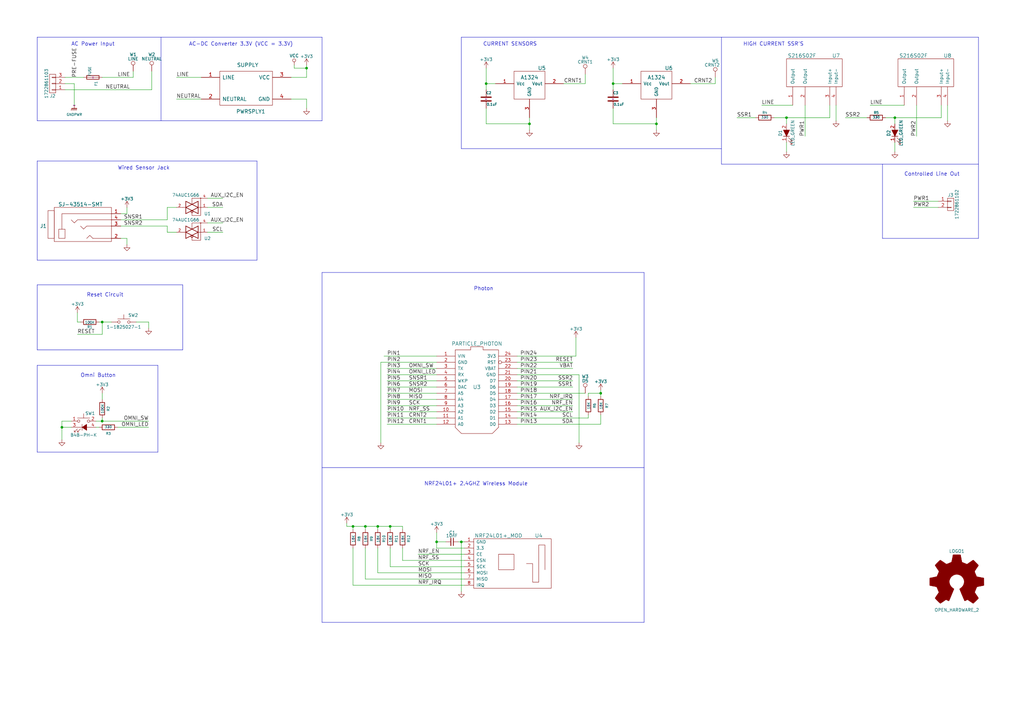
<source format=kicad_sch>
(kicad_sch (version 20230121) (generator eeschema)
  (paper "A3")
  (title_block (date "20 jul 2014"))
  (lib_symbols
    (symbol "PTL-PCBA001-01-rescue:+3.3V" (power) (pin_names (offset 0))
      (property "Value" "+3.3V" (at 0 3.556 0))
      (symbol "+3.3V_1_1"
        (pin power_in line (at 0 0 90) (length 0) hide (name "+3V3") (number "1"))
      )
    )
    (symbol "PTL-PCBA001-01-rescue:74AUC1G66" (pin_names (offset 1.016))
      (property "Reference" "U" (at -2.54 5.08 0))
      (property "Value" "74AUC1G66" (at 0 -5.08 0))
      (symbol "74AUC1G66_1_1"
        (pin input line (at -6.35 0 0) (length 2.54) (name "~") (number "1"))
        (pin tri_state line (at 6.35 0 180) (length 2.54) (name "~") (number "2"))
        (pin power_in line (at 1.27 -3.81 270) (length 0) hide (name "GND") (number "3"))
        (pin input line (at -6.35 -3.81 0) (length 2.54) (name "~") (number "4"))
        (pin power_in line (at 1.27 3.81 90) (length 0) hide (name "VCC") (number "5"))
      )
    )
    (symbol "PTL-PCBA001-01-rescue:CONN_01X02" (pin_names (offset 1.016) hide)
      (property "Reference" "P" (at 0 3.81 0))
      (property "Value" "CONN_01X02" (at 2.54 0 90))
      (symbol "CONN_01X02_1_1"
        (pin passive line (at -5.08 1.27 0) (length 3.81) (name "P1") (number "1"))
        (pin passive line (at -5.08 -1.27 0) (length 3.81) (name "P2") (number "2"))
      )
    )
    (symbol "PTL-PCBA001-01-rescue:CONN_01X03" (pin_names (offset 1.016) hide)
      (property "Reference" "P" (at 0 5.08 0))
      (property "Value" "CONN_01X03" (at 2.54 0 90))
      (symbol "CONN_01X03_1_1"
        (pin passive line (at -5.08 2.54 0) (length 3.81) (name "P1") (number "1"))
        (pin passive line (at -5.08 0 0) (length 3.81) (name "P2") (number "2"))
        (pin passive line (at -5.08 -2.54 0) (length 3.81) (name "P3") (number "3"))
      )
    )
    (symbol "PTL-PCBA001-01-rescue:C_Small" (pin_numbers hide) (pin_names (offset 0.254) hide)
      (property "Reference" "C" (at 0.254 1.778 0))
      (property "Value" "C_Small" (at 0.254 -2.032 0))
      (symbol "C_Small_1_1"
        (pin passive line (at 0 2.54 270) (length 2.032) (name "~") (number "1"))
        (pin passive line (at 0 -2.54 90) (length 2.032) (name "~") (number "2"))
      )
    )
    (symbol "PTL-PCBA001-01-rescue:Fuse" (pin_numbers hide) (pin_names (offset 0))
      (property "Reference" "F" (at 2.032 0 90))
      (property "Value" "Fuse" (at -1.905 0 90))
      (symbol "Fuse_1_1"
        (pin passive line (at 0 3.81 270) (length 1.27) (name "~") (number "1"))
        (pin passive line (at 0 -3.81 90) (length 1.27) (name "~") (number "2"))
      )
    )
    (symbol "PTL-PCBA001-01-rescue:LED_ALT" (pin_names (offset 1.016) hide)
      (property "Reference" "D" (at 0 2.54 0))
      (property "Value" "LED_ALT" (at 0 -2.54 0))
      (symbol "LED_ALT_1_1"
        (pin passive line (at -3.81 0 0) (length 2.54) (name "K") (number "1"))
        (pin passive line (at 3.81 0 180) (length 2.54) (name "A") (number "2"))
      )
    )
    (symbol "PTL-PCBA001-01-rescue:OPEN_HARDWARE_2" (pin_names (offset 1.016))
      (property "Reference" "LOGO" (at 0 12.7 0))
      (property "Value" "OPEN_HARDWARE_2" (at 0 -11.43 0))
    )
    (symbol "PTL-PCBA001-01-rescue:SW_Push" (pin_numbers hide) (pin_names (offset 1.016) hide)
      (property "Reference" "SW" (at 1.27 2.54 0))
      (property "Value" "SW_Push" (at 0 -1.524 0))
      (symbol "SW_Push_0_1"
        (pin passive line (at -5.08 0 0) (length 2.54) (name "1") (number "1"))
        (pin passive line (at 5.08 0 180) (length 2.54) (name "2") (number "2"))
      )
    )
    (symbol "PTL-PCBA001-01-rescue:SW_Push_LED" (pin_names (offset 1.016) hide)
      (property "Reference" "SW" (at 0.635 5.715 0))
      (property "Value" "SW_Push_LED" (at 0 -3.175 0))
      (symbol "SW_Push_LED_0_1"
        (pin passive line (at -5.08 2.54 0) (length 2.54) (name "1") (number "1"))
        (pin passive line (at 5.08 2.54 180) (length 2.54) (name "2") (number "2"))
        (pin passive line (at -5.08 0 0) (length 2.54) (name "K") (number "3"))
        (pin passive line (at 5.08 0 180) (length 2.54) (name "A") (number "4"))
      )
    )
    (symbol "PTL-PCBA001-01-rescue:TEST_1P" (pin_numbers hide) (pin_names (offset 0.762) hide)
      (property "Reference" "W" (at 0 6.858 0))
      (property "Value" "TEST_1P" (at 0 5.08 0))
      (symbol "TEST_1P_1_1"
        (pin passive line (at 0 0 90) (length 2.54) (name "1") (number "1"))
      )
    )
    (symbol "VDW_LIB:C" (pin_numbers hide) (pin_names (offset 0.254))
      (property "Reference" "C" (at 0.635 2.54 0))
      (property "Value" "C" (at 0.635 -2.54 0))
      (symbol "C_1_1"
        (pin passive line (at 0 3.81 270) (length 2.794) (name "~") (number "1"))
        (pin passive line (at 0 -3.81 90) (length 2.794) (name "~") (number "2"))
      )
    )
    (symbol "VDW_LIB:GND" (power) (pin_names (offset 0))
      (property "Value" "GND" (at 0 -3.81 0))
      (symbol "GND_1_1"
        (pin power_in line (at 0 0 270) (length 0) hide (name "GND") (number "1"))
      )
    )
    (symbol "VDW_LIB:GNDPWR" (power) (pin_names (offset 0))
      (property "Value" "GNDPWR" (at 0 -3.302 0))
      (symbol "GNDPWR_1_1"
        (pin power_in line (at 0 0 90) (length 0) hide (name "GNDPWR") (number "1"))
      )
    )
    (symbol "VDW_LIB:R" (pin_numbers hide) (pin_names (offset 0))
      (property "Reference" "R" (at 2.032 0 90))
      (property "Value" "R" (at 0 0 90))
      (symbol "R_1_1"
        (pin passive line (at 0 3.81 270) (length 1.27) (name "~") (number "1"))
        (pin passive line (at 0 -3.81 90) (length 1.27) (name "~") (number "2"))
      )
    )
    (symbol "VDW_LIB:SUPPLY" (pin_names (offset 1.016))
      (property "Reference" "PWRSPLY" (at 1.27 -10.16 0))
      (property "Value" "SUPPLY" (at 0 8.89 0))
      (symbol "SUPPLY_1_1"
        (pin input line (at -19.05 3.81 0) (length 7.62) (name "LINE") (number "1"))
        (pin input line (at -19.05 -5.08 0) (length 7.62) (name "NEUTRAL") (number "2"))
        (pin output line (at 17.78 3.81 180) (length 7.62) (name "VCC") (number "3"))
        (pin input line (at 17.78 -5.08 180) (length 7.62) (name "GND") (number "4"))
      )
    )
    (symbol "VDW_LIB:VCC" (power) (pin_names (offset 0))
      (property "Value" "VCC" (at 0 3.81 0))
      (symbol "VCC_1_1"
        (pin power_in line (at 0 0 90) (length 0) hide (name "VCC") (number "1"))
      )
    )
    (symbol "audio_jack:JACK_4POS_NO_SWITCH" (pin_names (offset 1.016))
      (property "Reference" "J" (at -15.24 1.27 0))
      (property "Value" "JACK_4POS_NO_SWITCH" (at 0 10.16 0))
      (symbol "JACK_4POS_NO_SWITCH_1_1"
        (pin input line (at 16.51 6.35 180) (length 3.81) (name "~") (number "1"))
        (pin passive line (at 16.51 -3.81 180) (length 3.81) (name "~") (number "2"))
        (pin passive line (at 16.51 1.27 180) (length 3.81) (name "~") (number "3"))
        (pin passive line (at 16.51 3.81 180) (length 3.81) (name "~") (number "4"))
      )
    )
    (symbol "modules:NRF24L01+_MOD" (pin_names (offset 1.016))
      (property "Reference" "U" (at 11.43 11.43 0))
      (property "Value" "NRF24L01+_MOD" (at -5.08 11.43 0))
      (symbol "NRF24L01+_MOD_1_1"
        (pin passive line (at -19.05 8.89 0) (length 3.81) (name "GND") (number "1"))
        (pin passive line (at -19.05 6.35 0) (length 3.81) (name "3.3") (number "2"))
        (pin passive line (at -19.05 3.81 0) (length 3.81) (name "CE") (number "3"))
        (pin passive line (at -19.05 1.27 0) (length 3.81) (name "CSN") (number "4"))
        (pin passive line (at -19.05 -1.27 0) (length 3.81) (name "SCK") (number "5"))
        (pin passive line (at -19.05 -3.81 0) (length 3.81) (name "MOSI") (number "6"))
        (pin passive line (at -19.05 -6.35 0) (length 3.81) (name "MISO") (number "7"))
        (pin passive line (at -19.05 -8.89 0) (length 3.81) (name "IRQ") (number "8"))
      )
    )
    (symbol "particle:PARTICLE_PHOTON" (pin_names (offset 1.016))
      (property "Reference" "U" (at 0 1.27 0))
      (property "Value" "PARTICLE_PHOTON" (at 0 -19.05 0))
      (symbol "PARTICLE_PHOTON_1_1"
        (pin power_in line (at -16.51 13.97 0) (length 7.62) (name "VIN") (number "1"))
        (pin bidirectional line (at -16.51 -8.89 0) (length 7.62) (name "A2") (number "10"))
        (pin bidirectional line (at -16.51 -11.43 0) (length 7.62) (name "A1") (number "11"))
        (pin bidirectional line (at -16.51 -13.97 0) (length 7.62) (name "A0") (number "12"))
        (pin bidirectional line (at 16.51 -13.97 180) (length 7.62) (name "D0") (number "13"))
        (pin bidirectional line (at 16.51 -11.43 180) (length 7.62) (name "D1") (number "14"))
        (pin bidirectional line (at 16.51 -8.89 180) (length 7.62) (name "D2") (number "15"))
        (pin bidirectional line (at 16.51 -6.35 180) (length 7.62) (name "D3") (number "16"))
        (pin bidirectional line (at 16.51 -3.81 180) (length 7.62) (name "D4") (number "17"))
        (pin bidirectional line (at 16.51 -1.27 180) (length 7.62) (name "D5") (number "18"))
        (pin bidirectional line (at 16.51 1.27 180) (length 7.62) (name "D6") (number "19"))
        (pin power_in line (at -16.51 11.43 0) (length 7.62) (name "GND") (number "2"))
        (pin bidirectional line (at 16.51 3.81 180) (length 7.62) (name "D7") (number "20"))
        (pin power_in line (at 16.51 6.35 180) (length 7.62) (name "GND") (number "21"))
        (pin power_in line (at 16.51 8.89 180) (length 7.62) (name "VBAT") (number "22"))
        (pin input inverted (at 16.51 11.43 180) (length 7.62) (name "RST") (number "23"))
        (pin bidirectional line (at 16.51 13.97 180) (length 7.62) (name "3V3") (number "24"))
        (pin bidirectional line (at -16.51 8.89 0) (length 7.62) (name "TX") (number "3"))
        (pin bidirectional line (at -16.51 6.35 0) (length 7.62) (name "RX") (number "4"))
        (pin bidirectional line (at -16.51 3.81 0) (length 7.62) (name "WKP") (number "5"))
        (pin bidirectional line (at -16.51 1.27 0) (length 7.62) (name "DAC") (number "6"))
        (pin bidirectional line (at -16.51 -1.27 0) (length 7.62) (name "A5") (number "7"))
        (pin bidirectional line (at -16.51 -3.81 0) (length 7.62) (name "A4") (number "8"))
        (pin bidirectional line (at -16.51 -6.35 0) (length 7.62) (name "A3") (number "9"))
      )
    )
    (symbol "relays:S216S02F" (pin_names (offset 1.016))
      (property "Reference" "U" (at 7.62 7.62 0))
      (property "Value" "S216S02F" (at -6.35 7.62 0))
      (symbol "S216S02F_1_1"
        (pin bidirectional line (at -10.16 -12.7 90) (length 7.62) (name "Output") (number "1"))
        (pin bidirectional line (at -5.08 -12.7 90) (length 7.62) (name "Output") (number "2"))
        (pin input line (at 5.08 -12.7 90) (length 7.62) (name "Input+") (number "3"))
        (pin output line (at 7.62 -12.7 90) (length 7.62) (name "Input-") (number "4"))
      )
    )
    (symbol "sensors:A1324" (pin_names (offset 1.016))
      (property "Reference" "U" (at 5.08 8.89 0))
      (property "Value" "A1324" (at 0 6.35 0))
      (symbol "A1324_1_1"
        (pin power_in line (at -13.97 2.54 0) (length 7.62) (name "Vcc") (number "1"))
        (pin output line (at 13.97 2.54 180) (length 7.62) (name "Vout") (number "2"))
        (pin power_out line (at 0 -11.43 90) (length 7.62) (name "GND") (number "3"))
      )
    )
  )
  (junction (at 246.38 161.29))
  (junction (at 125.73 27.94))
  (junction (at 154.94 215.9))
  (junction (at 322.58 48.26))
  (junction (at 199.39 34.29))
  (junction (at 269.24 50.8))
  (junction (at 25.4 175.26))
  (junction (at 144.78 215.9))
  (junction (at 179.07 222.25))
  (junction (at 160.02 215.9))
  (junction (at 41.91 172.72))
  (junction (at 149.86 215.9))
  (junction (at 189.23 222.25))
  (junction (at 251.46 34.29))
  (junction (at 217.17 50.8))
  (junction (at 41.91 132.08))
  (junction (at 367.03 48.26))
  (wire (pts (xy 322.58 48.26) (xy 340.36 48.26)))
  (wire (pts (xy 212.09 156.21) (xy 234.95 156.21)))
  (polyline (pts (xy 74.93 143.51) (xy 74.93 116.84)))
  (polyline (pts (xy 66.04 15.24) (xy 66.04 49.53)))
  (wire (pts (xy 199.39 34.29) (xy 199.39 36.83)))
  (polyline (pts (xy 15.24 66.04) (xy 15.24 106.68)))
  (wire (pts (xy 125.73 40.64) (xy 125.73 44.45)))
  (wire (pts (xy 144.78 215.9) (xy 144.78 217.17)))
  (polyline (pts (xy 64.77 185.42) (xy 64.77 149.86)))
  (polyline (pts (xy 264.16 111.76) (xy 132.08 111.76)))
  (wire (pts (xy 212.09 151.13) (xy 234.95 151.13)))
  (wire (pts (xy 231.14 34.29) (xy 240.03 34.29)))
  (wire (pts (xy 388.62 43.18) (xy 388.62 49.53)))
  (wire (pts (xy 251.46 44.45) (xy 251.46 50.8)))
  (wire (pts (xy 160.02 232.41) (xy 160.02 224.79)))
  (wire (pts (xy 144.78 215.9) (xy 149.86 215.9)))
  (wire (pts (xy 26.67 34.29) (xy 30.48 34.29)))
  (polyline (pts (xy 361.95 67.31) (xy 361.95 97.79)))
  (wire (pts (xy 154.94 234.95) (xy 154.94 224.79)))
  (wire (pts (xy 165.1 229.87) (xy 190.5 229.87)))
  (wire (pts (xy 85.09 95.25) (xy 91.44 95.25)))
  (wire (pts (xy 54.61 31.75) (xy 54.61 29.21)))
  (wire (pts (xy 251.46 34.29) (xy 251.46 36.83)))
  (polyline (pts (xy 295.91 67.31) (xy 401.32 67.31)))
  (wire (pts (xy 154.94 215.9) (xy 154.94 217.17)))
  (wire (pts (xy 119.38 40.64) (xy 125.73 40.64)))
  (wire (pts (xy 375.92 43.18) (xy 375.92 55.88)))
  (wire (pts (xy 41.91 132.08) (xy 41.91 137.16)))
  (wire (pts (xy 68.58 95.25) (xy 72.39 95.25)))
  (wire (pts (xy 68.58 90.17) (xy 68.58 85.09)))
  (polyline (pts (xy 15.24 49.53) (xy 132.08 49.53)))
  (wire (pts (xy 179.07 222.25) (xy 179.07 224.79)))
  (wire (pts (xy 30.48 34.29) (xy 30.48 43.18)))
  (wire (pts (xy 149.86 237.49) (xy 149.86 224.79)))
  (wire (pts (xy 25.4 175.26) (xy 25.4 180.34)))
  (wire (pts (xy 246.38 161.29) (xy 246.38 162.56)))
  (polyline (pts (xy 361.95 97.79) (xy 401.32 97.79)))
  (wire (pts (xy 212.09 148.59) (xy 234.95 148.59)))
  (wire (pts (xy 41.91 161.29) (xy 41.91 163.83)))
  (wire (pts (xy 31.75 132.08) (xy 31.75 128.27)))
  (wire (pts (xy 212.09 158.75) (xy 234.95 158.75)))
  (wire (pts (xy 251.46 27.94) (xy 251.46 34.29)))
  (wire (pts (xy 158.75 163.83) (xy 179.07 163.83)))
  (wire (pts (xy 212.09 153.67) (xy 237.49 153.67)))
  (wire (pts (xy 199.39 50.8) (xy 217.17 50.8)))
  (wire (pts (xy 158.75 166.37) (xy 179.07 166.37)))
  (wire (pts (xy 355.6 48.26) (xy 346.71 48.26)))
  (wire (pts (xy 68.58 92.71) (xy 68.58 95.25)))
  (wire (pts (xy 236.22 146.05) (xy 236.22 138.43)))
  (wire (pts (xy 158.75 156.21) (xy 179.07 156.21)))
  (wire (pts (xy 52.07 97.79) (xy 52.07 100.33)))
  (wire (pts (xy 149.86 237.49) (xy 190.5 237.49)))
  (wire (pts (xy 269.24 48.26) (xy 269.24 50.8)))
  (wire (pts (xy 125.73 31.75) (xy 119.38 31.75)))
  (wire (pts (xy 41.91 132.08) (xy 45.72 132.08)))
  (wire (pts (xy 60.96 132.08) (xy 60.96 134.62)))
  (wire (pts (xy 187.96 222.25) (xy 189.23 222.25)))
  (polyline (pts (xy 132.08 191.77) (xy 264.16 191.77)))
  (wire (pts (xy 179.07 153.67) (xy 158.75 153.67)))
  (wire (pts (xy 120.65 27.94) (xy 125.73 27.94)))
  (wire (pts (xy 33.02 132.08) (xy 31.75 132.08)))
  (wire (pts (xy 26.67 31.75) (xy 34.29 31.75)))
  (wire (pts (xy 49.53 90.17) (xy 68.58 90.17)))
  (wire (pts (xy 179.07 224.79) (xy 190.5 224.79)))
  (polyline (pts (xy 401.32 15.24) (xy 401.32 97.79)))
  (polyline (pts (xy 15.24 143.51) (xy 74.93 143.51)))
  (wire (pts (xy 212.09 168.91) (xy 234.95 168.91)))
  (wire (pts (xy 269.24 50.8) (xy 269.24 53.34)))
  (wire (pts (xy 41.91 31.75) (xy 54.61 31.75)))
  (wire (pts (xy 26.67 36.83) (xy 62.23 36.83)))
  (wire (pts (xy 40.64 175.26) (xy 39.37 175.26)))
  (polyline (pts (xy 74.93 116.84) (xy 15.24 116.84)))
  (wire (pts (xy 52.07 87.63) (xy 52.07 85.09)))
  (polyline (pts (xy 132.08 111.76) (xy 132.08 255.27)))
  (polyline (pts (xy 189.23 60.96) (xy 189.23 15.24)))
  (wire (pts (xy 317.5 48.26) (xy 322.58 48.26)))
  (wire (pts (xy 144.78 240.03) (xy 190.5 240.03)))
  (wire (pts (xy 241.3 171.45) (xy 241.3 170.18)))
  (wire (pts (xy 49.53 87.63) (xy 52.07 87.63)))
  (wire (pts (xy 160.02 232.41) (xy 190.5 232.41)))
  (wire (pts (xy 68.58 85.09) (xy 72.39 85.09)))
  (wire (pts (xy 367.03 48.26) (xy 367.03 50.8)))
  (wire (pts (xy 158.75 151.13) (xy 179.07 151.13)))
  (wire (pts (xy 384.81 82.55) (xy 374.65 82.55)))
  (polyline (pts (xy 15.24 49.53) (xy 15.24 15.24)))
  (wire (pts (xy 199.39 44.45) (xy 199.39 50.8)))
  (wire (pts (xy 158.75 171.45) (xy 179.07 171.45)))
  (wire (pts (xy 342.9 43.18) (xy 342.9 49.53)))
  (polyline (pts (xy 189.23 15.24) (xy 401.32 15.24)))
  (wire (pts (xy 41.91 172.72) (xy 41.91 171.45)))
  (wire (pts (xy 325.12 43.18) (xy 312.42 43.18)))
  (wire (pts (xy 40.64 132.08) (xy 41.91 132.08)))
  (wire (pts (xy 217.17 48.26) (xy 217.17 50.8)))
  (wire (pts (xy 29.21 175.26) (xy 25.4 175.26)))
  (wire (pts (xy 240.03 34.29) (xy 240.03 30.48)))
  (wire (pts (xy 154.94 215.9) (xy 160.02 215.9)))
  (wire (pts (xy 165.1 215.9) (xy 165.1 217.17)))
  (wire (pts (xy 154.94 234.95) (xy 190.5 234.95)))
  (wire (pts (xy 85.09 81.28) (xy 91.44 81.28)))
  (wire (pts (xy 367.03 48.26) (xy 386.08 48.26)))
  (wire (pts (xy 363.22 48.26) (xy 367.03 48.26)))
  (wire (pts (xy 309.88 48.26) (xy 302.26 48.26)))
  (wire (pts (xy 330.2 43.18) (xy 330.2 55.88)))
  (wire (pts (xy 203.2 34.29) (xy 199.39 34.29)))
  (wire (pts (xy 212.09 166.37) (xy 234.95 166.37)))
  (wire (pts (xy 25.4 172.72) (xy 25.4 175.26)))
  (wire (pts (xy 340.36 48.26) (xy 340.36 43.18)))
  (wire (pts (xy 149.86 215.9) (xy 149.86 217.17)))
  (wire (pts (xy 149.86 215.9) (xy 154.94 215.9)))
  (wire (pts (xy 144.78 240.03) (xy 144.78 224.79)))
  (wire (pts (xy 367.03 58.42) (xy 367.03 62.23)))
  (wire (pts (xy 179.07 222.25) (xy 182.88 222.25)))
  (wire (pts (xy 158.75 161.29) (xy 179.07 161.29)))
  (wire (pts (xy 217.17 50.8) (xy 217.17 53.34)))
  (wire (pts (xy 142.24 214.63) (xy 142.24 215.9)))
  (wire (pts (xy 251.46 50.8) (xy 269.24 50.8)))
  (polyline (pts (xy 105.41 66.04) (xy 15.24 66.04)))
  (wire (pts (xy 160.02 215.9) (xy 165.1 215.9)))
  (wire (pts (xy 255.27 34.29) (xy 251.46 34.29)))
  (wire (pts (xy 125.73 27.94) (xy 125.73 31.75)))
  (polyline (pts (xy 295.91 15.24) (xy 295.91 67.31)))
  (wire (pts (xy 85.09 91.44) (xy 91.44 91.44)))
  (wire (pts (xy 283.21 34.29) (xy 293.37 34.29)))
  (wire (pts (xy 48.26 175.26) (xy 60.96 175.26)))
  (wire (pts (xy 322.58 58.42) (xy 322.58 62.23)))
  (wire (pts (xy 160.02 215.9) (xy 160.02 217.17)))
  (wire (pts (xy 49.53 92.71) (xy 68.58 92.71)))
  (wire (pts (xy 156.21 148.59) (xy 179.07 148.59)))
  (wire (pts (xy 41.91 172.72) (xy 60.96 172.72)))
  (wire (pts (xy 179.07 218.44) (xy 179.07 222.25)))
  (polyline (pts (xy 132.08 49.53) (xy 132.08 15.24)))
  (wire (pts (xy 142.24 215.9) (xy 144.78 215.9)))
  (wire (pts (xy 189.23 242.57) (xy 189.23 222.25)))
  (wire (pts (xy 212.09 146.05) (xy 236.22 146.05)))
  (wire (pts (xy 293.37 34.29) (xy 293.37 31.75)))
  (wire (pts (xy 322.58 48.26) (xy 322.58 50.8)))
  (wire (pts (xy 55.88 132.08) (xy 60.96 132.08)))
  (wire (pts (xy 212.09 171.45) (xy 241.3 171.45)))
  (polyline (pts (xy 15.24 106.68) (xy 105.41 106.68)))
  (wire (pts (xy 237.49 153.67) (xy 237.49 181.61)))
  (wire (pts (xy 165.1 229.87) (xy 165.1 224.79)))
  (polyline (pts (xy 295.91 60.96) (xy 189.23 60.96)))
  (polyline (pts (xy 15.24 116.84) (xy 15.24 143.51)))
  (wire (pts (xy 39.37 172.72) (xy 41.91 172.72)))
  (wire (pts (xy 82.55 40.64) (xy 72.39 40.64)))
  (wire (pts (xy 370.84 43.18) (xy 356.87 43.18)))
  (wire (pts (xy 189.23 222.25) (xy 190.5 222.25)))
  (wire (pts (xy 212.09 163.83) (xy 234.95 163.83)))
  (wire (pts (xy 85.09 85.09) (xy 91.44 85.09)))
  (wire (pts (xy 82.55 31.75) (xy 72.39 31.75)))
  (polyline (pts (xy 15.24 15.24) (xy 132.08 15.24)))
  (polyline (pts (xy 264.16 111.76) (xy 264.16 255.27)))
  (wire (pts (xy 241.3 161.29) (xy 246.38 161.29)))
  (wire (pts (xy 190.5 227.33) (xy 171.45 227.33)))
  (polyline (pts (xy 105.41 106.68) (xy 105.41 66.04)))
  (wire (pts (xy 158.75 158.75) (xy 179.07 158.75)))
  (wire (pts (xy 41.91 137.16) (xy 31.75 137.16)))
  (wire (pts (xy 199.39 27.94) (xy 199.39 34.29)))
  (wire (pts (xy 62.23 36.83) (xy 62.23 29.21)))
  (wire (pts (xy 212.09 161.29) (xy 240.03 161.29)))
  (polyline (pts (xy 15.24 185.42) (xy 64.77 185.42)))
  (wire (pts (xy 212.09 173.99) (xy 246.38 173.99)))
  (wire (pts (xy 157.48 146.05) (xy 179.07 146.05)))
  (polyline (pts (xy 264.16 255.27) (xy 132.08 255.27)))
  (wire (pts (xy 49.53 97.79) (xy 52.07 97.79)))
  (wire (pts (xy 29.21 172.72) (xy 25.4 172.72)))
  (wire (pts (xy 246.38 160.02) (xy 246.38 161.29)))
  (polyline (pts (xy 15.24 149.86) (xy 15.24 185.42)))
  (wire (pts (xy 241.3 162.56) (xy 241.3 161.29)))
  (wire (pts (xy 125.73 26.67) (xy 125.73 27.94)))
  (wire (pts (xy 158.75 173.99) (xy 179.07 173.99)))
  (wire (pts (xy 386.08 48.26) (xy 386.08 43.18)))
  (wire (pts (xy 246.38 173.99) (xy 246.38 170.18)))
  (wire (pts (xy 384.81 85.09) (xy 374.65 85.09)))
  (polyline (pts (xy 64.77 149.86) (xy 15.24 149.86)))
  (wire (pts (xy 156.21 148.59) (xy 156.21 181.61)))
  (wire (pts (xy 120.65 26.67) (xy 120.65 27.94)))
  (wire (pts (xy 158.75 168.91) (xy 179.07 168.91)))
  (text "Wired Sensor Jack" (at 48.26 69.85 0) (effects (font (size 1.524 1.524)) (justify left bottom)))
  (text "HIGH CURRENT SSR'S" (at 304.8 19.05 0) (effects (font (size 1.524 1.524)) (justify left bottom)))
  (text "AC Power Input" (at 29.21 19.05 0) (effects (font (size 1.524 1.524)) (justify left bottom)))
  (text "Photon" (at 194.31 119.38 0) (effects (font (size 1.524 1.524)) (justify left bottom)))
  (text "Omni Button" (at 33.02 154.94 0) (effects (font (size 1.524 1.524)) (justify left bottom)))
  (text "AC-DC Converter 3.3V (VCC = 3.3V)" (at 77.47 19.05 0) (effects (font (size 1.524 1.524)) (justify left bottom)))
  (text "Controlled Line Out" (at 370.84 72.39 0) (effects (font (size 1.524 1.524)) (justify left bottom)))
  (text "Reset Circuit" (at 35.56 121.92 0) (effects (font (size 1.524 1.524)) (justify left bottom)))
  (text "CURRENT SENSORS" (at 198.12 19.05 0) (effects (font (size 1.524 1.524)) (justify left bottom)))
  (text "NRF24L01+ 2.4GHZ Wireless Module" (at 173.99 199.39 0) (effects (font (size 1.524 1.524)) (justify left bottom)))
  (label "OMNI_SW" (at 167.64 151.13 0) (effects (font (size 1.524 1.524))))
  (label "PIN9" (at 158.75 166.37 0) (effects (font (size 1.524 1.524))))
  (label "SCK" (at 171.45 232.41 0) (effects (font (size 1.524 1.524))))
  (label "PIN14" (at 213.36 171.45 0) (effects (font (size 1.524 1.524))))
  (label "NRF_SS" (at 171.45 229.87 0) (effects (font (size 1.524 1.524))))
  (label "NRF_EN" (at 171.45 227.33 0) (effects (font (size 1.524 1.524))))
  (label "PIN1" (at 158.75 146.05 0) (effects (font (size 1.524 1.524))))
  (label "NRF_IRQ" (at 234.95 163.83 180) (effects (font (size 1.524 1.524))))
  (label "MOSI" (at 171.45 234.95 0) (effects (font (size 1.524 1.524))))
  (label "CRNT1" (at 238.76 34.29 180) (effects (font (size 1.524 1.524))))
  (label "SCK" (at 167.64 166.37 0) (effects (font (size 1.524 1.524))))
  (label "AUX_I2C_EN" (at 86.36 91.44 0) (effects (font (size 1.524 1.524))))
  (label "PIN11" (at 158.75 171.45 0) (effects (font (size 1.524 1.524))))
  (label "PIN22" (at 213.36 151.13 0) (effects (font (size 1.524 1.524))))
  (label "AUX_I2C_EN" (at 234.95 168.91 180) (effects (font (size 1.524 1.524))))
  (label "CRNT2" (at 292.1 34.29 180) (effects (font (size 1.524 1.524))))
  (label "PIN24" (at 213.36 146.05 0) (effects (font (size 1.524 1.524))))
  (label "SCL" (at 91.44 95.25 180) (effects (font (size 1.524 1.524))))
  (label "SSR2" (at 346.71 48.26 0) (effects (font (size 1.524 1.524))))
  (label "PWR1" (at 374.65 82.55 0) (effects (font (size 1.524 1.524))))
  (label "SSR1" (at 302.26 48.26 0) (effects (font (size 1.524 1.524))))
  (label "SNSR2" (at 50.8 92.71 0) (effects (font (size 1.524 1.524))))
  (label "RESET" (at 234.95 148.59 180) (effects (font (size 1.524 1.524))))
  (label "NEUTRAL" (at 72.39 40.64 0) (effects (font (size 1.524 1.524))))
  (label "SSR1" (at 234.95 158.75 180) (effects (font (size 1.524 1.524))))
  (label "PIN15" (at 213.36 168.91 0) (effects (font (size 1.524 1.524))))
  (label "PIN8" (at 158.75 163.83 0) (effects (font (size 1.524 1.524))))
  (label "OMNI_SW" (at 60.96 172.72 180) (effects (font (size 1.524 1.524))))
  (label "SDA" (at 91.44 85.09 180) (effects (font (size 1.524 1.524))))
  (label "OMNI_LED" (at 60.96 175.26 180) (effects (font (size 1.524 1.524))))
  (label "SNSR1" (at 167.64 156.21 0) (effects (font (size 1.524 1.524))))
  (label "PIN7" (at 158.75 161.29 0) (effects (font (size 1.524 1.524))))
  (label "PIN12" (at 158.75 173.99 0) (effects (font (size 1.524 1.524))))
  (label "PIN20" (at 213.36 156.21 0) (effects (font (size 1.524 1.524))))
  (label "VBAT" (at 234.95 151.13 180) (effects (font (size 1.524 1.524))))
  (label "LINE" (at 72.39 31.75 0) (effects (font (size 1.524 1.524))))
  (label "PIN16" (at 213.36 166.37 0) (effects (font (size 1.524 1.524))))
  (label "CRNT1" (at 167.64 173.99 0) (effects (font (size 1.524 1.524))))
  (label "NEUTRAL" (at 53.34 36.83 180) (effects (font (size 1.524 1.524))))
  (label "SNSR1" (at 50.8 90.17 0) (effects (font (size 1.524 1.524))))
  (label "SNSR2" (at 167.64 158.75 0) (effects (font (size 1.524 1.524))))
  (label "PWR2" (at 374.65 85.09 0) (effects (font (size 1.524 1.524))))
  (label "SSR2" (at 234.95 156.21 180) (effects (font (size 1.524 1.524))))
  (label "PIN13" (at 213.36 173.99 0) (effects (font (size 1.524 1.524))))
  (label "LINE" (at 53.34 31.75 180) (effects (font (size 1.524 1.524))))
  (label "PIN5" (at 158.75 156.21 0) (effects (font (size 1.524 1.524))))
  (label "PIN21" (at 213.36 153.67 0) (effects (font (size 1.524 1.524))))
  (label "PIN17" (at 213.36 163.83 0) (effects (font (size 1.524 1.524))))
  (label "PIN19" (at 213.36 158.75 0) (effects (font (size 1.524 1.524))))
  (label "AUX_I2C_EN" (at 86.36 81.28 0) (effects (font (size 1.524 1.524))))
  (label "PIN18" (at 213.36 161.29 0) (effects (font (size 1.524 1.524))))
  (label "PIN4" (at 158.75 153.67 0) (effects (font (size 1.524 1.524))))
  (label "PIN10" (at 158.75 168.91 0) (effects (font (size 1.524 1.524))))
  (label "CRNT2" (at 167.64 171.45 0) (effects (font (size 1.524 1.524))))
  (label "PIN23" (at 213.36 148.59 0) (effects (font (size 1.524 1.524))))
  (label "PWR1" (at 330.2 55.88 90) (effects (font (size 1.524 1.524))))
  (label "PWR2" (at 375.92 55.88 90) (effects (font (size 1.524 1.524))))
  (label "OMNI_LED" (at 167.64 153.67 0) (effects (font (size 1.524 1.524))))
  (label "MISO" (at 167.64 163.83 0) (effects (font (size 1.524 1.524))))
  (label "NRF_IRQ" (at 171.45 240.03 0) (effects (font (size 1.524 1.524))))
  (label "LINE" (at 356.87 43.18 0) (effects (font (size 1.524 1.524))))
  (label "LINE" (at 312.42 43.18 0) (effects (font (size 1.524 1.524))))
  (label "NRF_SS" (at 167.64 168.91 0) (effects (font (size 1.524 1.524))))
  (label "MISO" (at 171.45 237.49 0) (effects (font (size 1.524 1.524))))
  (label "PIN6" (at 158.75 158.75 0) (effects (font (size 1.524 1.524))))
  (label "NRF_EN" (at 234.95 166.37 180) (effects (font (size 1.524 1.524))))
  (label "PIN3" (at 158.75 151.13 0) (effects (font (size 1.524 1.524))))
  (label "PIN2" (at 158.75 148.59 0) (effects (font (size 1.524 1.524))))
  (label "PRE-FUSE" (at 31.75 31.75 90) (effects (font (size 1.524 1.524))))
  (label "SDA" (at 234.95 173.99 180) (effects (font (size 1.524 1.524))))
  (label "RESET" (at 31.75 137.16 0) (effects (font (size 1.524 1.524))))
  (label "MOSI" (at 167.64 161.29 0) (effects (font (size 1.524 1.524))))
  (label "SCL" (at 234.95 171.45 180) (effects (font (size 1.524 1.524))))
  (symbol (lib_id "relays:S216S02F") (at 335.28 30.48 0) (unit 1)
    (property "Reference" "U7" (at 342.9 22.86 0) (effects (font (size 1.524 1.524))))
    (property "Value" "S216S02F" (at 328.93 22.86 0) (effects (font (size 1.524 1.524))))
    (property "Footprint" "PowerTroll Lib:S216S02" (effects hide))
  )
  (symbol (lib_id "relays:S216S02F") (at 381 30.48 0) (unit 1)
    (property "Reference" "U8" (at 388.62 22.86 0) (effects (font (size 1.524 1.524))))
    (property "Value" "S216S02F" (at 374.65 22.86 0) (effects (font (size 1.524 1.524))))
    (property "Footprint" "PowerTroll Lib:S216S02" (effects hide))
  )
  (symbol (lib_id "VDW_LIB:GND") (at 342.9 49.53 0) (unit 1)
    (property "Reference" "#PWR01" (effects hide))
    (property "Value" "GND" (effects hide))
  )
  (symbol (lib_id "VDW_LIB:GND") (at 388.62 49.53 0) (unit 1)
    (property "Reference" "#PWR02" (effects hide))
    (property "Value" "GND" (effects hide))
  )
  (symbol (lib_id "VDW_LIB:R") (at 359.41 48.26 90) (unit 1)
    (property "Reference" "R5" (at 359.41 46.228 90) (effects (font (size 1.016 1.016))))
    (property "Value" "330" (at 359.3846 48.0822 90) (effects (font (size 1.016 1.016))))
    (property "Footprint" "Resistors_SMD:R_0805_HandSoldering" (effects hide))
    (property "Datasheet" "~" (at 359.41 48.26 0) (effects (font (size 0.762 0.762))))
  )
  (symbol (lib_id "VDW_LIB:R") (at 313.69 48.26 90) (unit 1)
    (property "Reference" "R4" (at 313.69 46.228 90) (effects (font (size 1.016 1.016))))
    (property "Value" "330" (at 313.6646 48.0822 90) (effects (font (size 1.016 1.016))))
    (property "Footprint" "Resistors_SMD:R_0805_HandSoldering" (effects hide))
    (property "Datasheet" "~" (at 313.69 48.26 0) (effects (font (size 0.762 0.762))))
  )
  (symbol (lib_id "sensors:A1324") (at 269.24 36.83 0) (unit 1)
    (property "Reference" "U6" (at 274.32 27.94 0) (effects (font (size 1.524 1.524))))
    (property "Value" "A1324" (at 269.24 31.75 0) (effects (font (size 1.524 1.524))))
    (property "Footprint" "TO_SOT_Packages_SMD:SOT-23" (effects hide))
  )
  (symbol (lib_id "VDW_LIB:GND") (at 269.24 53.34 0) (unit 1)
    (property "Reference" "#PWR03" (effects hide))
    (property "Value" "GND" (effects hide))
  )
  (symbol (lib_id "VDW_LIB:C") (at 251.46 40.64 0) (unit 1)
    (property "Reference" "C3" (at 251.46 38.1 0) (effects (font (size 1.016 1.016)) (justify left)))
    (property "Value" "0.1uF" (at 251.6124 42.799 0) (effects (font (size 1.016 1.016)) (justify left)))
    (property "Footprint" "Capacitors_SMD:C_0805_HandSoldering" (effects hide))
    (property "Datasheet" "~" (at 251.46 40.64 0) (effects (font (size 1.524 1.524))))
  )
  (symbol (lib_id "sensors:A1324") (at 217.17 36.83 0) (unit 1)
    (property "Reference" "U5" (at 222.25 27.94 0) (effects (font (size 1.524 1.524))))
    (property "Value" "A1324" (at 217.17 31.75 0) (effects (font (size 1.524 1.524))))
    (property "Footprint" "TO_SOT_Packages_SMD:SOT-23" (effects hide))
    (property "Datasheet" "file:///C:/Users/Benjamin%20Veenema/Downloads/A1324-5-6-Datasheet.pdf" (effects hide))
  )
  (symbol (lib_id "VDW_LIB:GND") (at 217.17 53.34 0) (unit 1)
    (property "Reference" "#PWR04" (effects hide))
    (property "Value" "GND" (effects hide))
  )
  (symbol (lib_id "VDW_LIB:C") (at 199.39 40.64 0) (unit 1)
    (property "Reference" "C2" (at 199.39 38.1 0) (effects (font (size 1.016 1.016)) (justify left)))
    (property "Value" "0.1uF" (at 199.5424 42.799 0) (effects (font (size 1.016 1.016)) (justify left)))
    (property "Footprint" "Capacitors_SMD:C_0805_HandSoldering" (effects hide))
    (property "Datasheet" "~" (at 199.39 40.64 0) (effects (font (size 1.524 1.524))))
  )
  (symbol (lib_id "PTL-PCBA001-01-rescue:Fuse") (at 38.1 31.75 270) (unit 1)
    (property "Reference" "F1" (at 39.37 34.29 0) (effects (font (size 1.016 1.016))))
    (property "Value" "FUSE" (at 36.83 29.21 0) (effects (font (size 1.016 1.016))))
    (property "Footprint" "Fuse_Holders_and_Fuses:Fuseholder5x20_horiz_open_inline_Type-I" (effects hide))
    (property "Datasheet" "~" (at 38.1 31.75 0) (effects (font (size 1.524 1.524))))
  )
  (symbol (lib_id "VDW_LIB:SUPPLY") (at 101.6 35.56 0) (unit 1)
    (property "Reference" "PWRSPLY1" (at 102.87 45.72 0) (effects (font (size 1.524 1.524))))
    (property "Value" "SUPPLY" (at 101.6 26.67 0) (effects (font (size 1.524 1.524))))
    (property "Footprint" "PowerTroll Lib:PowerSupply" (effects hide))
  )
  (symbol (lib_id "VDW_LIB:GND") (at 125.73 44.45 0) (unit 1)
    (property "Reference" "#PWR05" (effects hide))
    (property "Value" "GND" (effects hide))
  )
  (symbol (lib_id "VDW_LIB:GNDPWR") (at 30.48 43.18 0) (unit 1)
    (property "Reference" "#PWR06" (effects hide))
    (property "Value" "GNDPWR" (at 30.48 46.99 0) (effects (font (size 1.016 1.016))))
    (property "Footprint" "~" (at 30.48 43.18 0) (effects (font (size 1.524 1.524))))
    (property "Datasheet" "~" (at 30.48 43.18 0) (effects (font (size 1.524 1.524))))
  )
  (symbol (lib_id "particle:PARTICLE_PHOTON") (at 195.58 160.02 0) (unit 1)
    (property "Reference" "U3" (at 195.58 158.75 0) (effects (font (size 1.524 1.524))))
    (property "Value" "PARTICLE_PHOTON" (at 195.58 140.97 0) (effects (font (size 1.524 1.524))))
    (property "Footprint" "Particle:photon" (effects hide))
  )
  (symbol (lib_id "PTL-PCBA001-01-rescue:+3.3V") (at 236.22 138.43 0) (unit 1)
    (property "Reference" "#PWR07" (effects hide))
    (property "Value" "+3.3V" (at 236.22 134.874 0))
  )
  (symbol (lib_id "VDW_LIB:GND") (at 237.49 181.61 0) (unit 1)
    (property "Reference" "#PWR08" (effects hide))
    (property "Value" "GND" (effects hide))
  )
  (symbol (lib_id "PTL-PCBA001-01-rescue:+3.3V") (at 199.39 27.94 0) (unit 1)
    (property "Reference" "#PWR09" (effects hide))
    (property "Value" "+3.3V" (at 199.39 24.384 0))
  )
  (symbol (lib_id "PTL-PCBA001-01-rescue:CONN_01X03") (at 21.59 34.29 180) (unit 1)
    (property "Reference" "J2" (at 21.59 39.37 0))
    (property "Value" "1722861103" (at 19.05 34.29 90))
    (property "Footprint" "Connectors_Molex:Molex_UltraFit-1722861103_3x3.50mm_Straight" (effects hide))
  )
  (symbol (lib_id "PTL-PCBA001-01-rescue:SW_Push") (at 50.8 132.08 0) (unit 1)
    (property "Reference" "SW2" (at 54.61 129.286 0))
    (property "Value" "1-1825027-1" (at 50.8 134.112 0))
    (property "Footprint" "Buttons_Switches_ThroughHole:SW_Tactile_SPST_Angled" (effects hide))
    (property "Datasheet" "http://www.te.com/commerce/DocumentDelivery/DDEController?Action=srchrtrv&DocNm=1825027&DocType=Customer+Drawing&DocLang=English" (effects hide))
  )
  (symbol (lib_id "VDW_LIB:R") (at 36.83 132.08 270) (unit 1)
    (property "Reference" "R1" (at 36.83 134.112 90) (effects (font (size 1.016 1.016))))
    (property "Value" "100K" (at 36.8554 132.2578 90) (effects (font (size 1.016 1.016))))
    (property "Footprint" "Resistors_SMD:R_0805_HandSoldering" (effects hide))
    (property "Datasheet" "~" (at 36.83 132.08 0) (effects (font (size 0.762 0.762))))
  )
  (symbol (lib_id "PTL-PCBA001-01-rescue:+3.3V") (at 31.75 128.27 0) (unit 1)
    (property "Reference" "#PWR010" (effects hide))
    (property "Value" "+3.3V" (at 31.75 124.714 0))
  )
  (symbol (lib_id "VDW_LIB:GND") (at 60.96 134.62 0) (unit 1)
    (property "Reference" "#PWR011" (effects hide))
    (property "Value" "GND" (effects hide))
  )
  (symbol (lib_id "PTL-PCBA001-01-rescue:+3.3V") (at 251.46 27.94 0) (unit 1)
    (property "Reference" "#PWR012" (effects hide))
    (property "Value" "+3.3V" (at 251.46 24.384 0))
  )
  (symbol (lib_id "VDW_LIB:GND") (at 322.58 62.23 0) (unit 1)
    (property "Reference" "#PWR013" (effects hide))
    (property "Value" "GND" (effects hide))
  )
  (symbol (lib_id "VDW_LIB:GND") (at 367.03 62.23 0) (unit 1)
    (property "Reference" "#PWR014" (effects hide))
    (property "Value" "GND" (effects hide))
  )
  (symbol (lib_id "PTL-PCBA001-01-rescue:+3.3V") (at 125.73 26.67 0) (unit 1)
    (property "Reference" "#PWR015" (effects hide))
    (property "Value" "+3.3V" (at 125.73 23.114 0))
  )
  (symbol (lib_id "PTL-PCBA001-01-rescue:CONN_01X02") (at 389.89 83.82 0) (unit 1)
    (property "Reference" "J3" (at 389.89 80.01 0))
    (property "Value" "1722861102" (at 392.43 83.82 90))
    (property "Footprint" "Connectors_Molex:Molex_UltraFit-1722861102_2x3.50mm_Straight" (effects hide))
  )
  (symbol (lib_id "audio_jack:JACK_4POS_NO_SWITCH") (at 33.02 93.98 0) (unit 1)
    (property "Reference" "J1" (at 17.78 92.71 0) (effects (font (size 1.524 1.524))))
    (property "Value" "SJ-43514-SMT" (at 33.02 83.82 0) (effects (font (size 1.524 1.524))))
    (property "Footprint" "PowerTroll Lib:SJ-43514-SMT" (effects hide))
    (property "Datasheet" "http://www.cui.com/product/resource/sj-4351x-smt-series.pdf" (effects hide))
  )
  (symbol (lib_id "PTL-PCBA001-01-rescue:+3.3V") (at 52.07 85.09 0) (unit 1)
    (property "Reference" "#PWR016" (effects hide))
    (property "Value" "+3.3V" (at 52.07 81.534 0))
  )
  (symbol (lib_id "VDW_LIB:GND") (at 52.07 100.33 0) (unit 1)
    (property "Reference" "#PWR017" (effects hide))
    (property "Value" "GND" (effects hide))
  )
  (symbol (lib_id "PTL-PCBA001-01-rescue:74AUC1G66") (at 78.74 85.09 180) (unit 1)
    (property "Reference" "U1" (at 85.09 87.63 0))
    (property "Value" "74AUC1G66" (at 76.2 80.01 0))
    (property "Footprint" "TO_SOT_Packages_SMD:SOT-23-5" (effects hide))
    (property "Datasheet" "http://www.onsemi.com/pub_link/Collateral/MC74VHC1GT66-D.PDF" (effects hide))
  )
  (symbol (lib_id "PTL-PCBA001-01-rescue:74AUC1G66") (at 78.74 95.25 180) (unit 1)
    (property "Reference" "U2" (at 85.09 97.79 0))
    (property "Value" "74AUC1G66" (at 76.2 90.17 0))
    (property "Footprint" "TO_SOT_Packages_SMD:SOT-23-5" (effects hide))
    (property "Datasheet" "http://www.onsemi.com/pub_link/Collateral/MC74VHC1GT66-D.PDF" (effects hide))
  )
  (symbol (lib_id "VDW_LIB:GND") (at 156.21 181.61 0) (unit 1)
    (property "Reference" "#PWR018" (effects hide))
    (property "Value" "GND" (effects hide))
  )
  (symbol (lib_id "modules:NRF24L01+_MOD") (at 209.55 231.14 0) (unit 1)
    (property "Reference" "U4" (at 220.98 219.71 0) (effects (font (size 1.524 1.524))))
    (property "Value" "NRF24L01+_MOD" (at 204.47 219.71 0) (effects (font (size 1.524 1.524))))
    (property "Footprint" "PowerTroll Lib:NRF24L01" (effects hide))
  )
  (symbol (lib_id "PTL-PCBA001-01-rescue:+3.3V") (at 179.07 218.44 0) (unit 1)
    (property "Reference" "#PWR019" (effects hide))
    (property "Value" "+3.3V" (at 179.07 214.884 0))
  )
  (symbol (lib_id "VDW_LIB:GND") (at 189.23 242.57 0) (unit 1)
    (property "Reference" "#PWR020" (effects hide))
    (property "Value" "GND" (effects hide))
  )
  (symbol (lib_id "PTL-PCBA001-01-rescue:OPEN_HARDWARE_2") (at 392.43 238.76 0) (unit 1)
    (property "Reference" "LOGO1" (at 392.43 226.06 0))
    (property "Value" "OPEN_HARDWARE_2" (at 392.43 250.19 0))
    (property "Footprint" "Symbols:OSHW-Symbol_6.7x6mm_SilkScreen" (effects hide))
  )
  (symbol (lib_id "PTL-PCBA001-01-rescue:C_Small") (at 185.42 222.25 270) (unit 1)
    (property "Reference" "C1" (at 184.15 218.44 90) (effects (justify left)))
    (property "Value" "10nF" (at 182.88 219.71 90) (effects (justify left)))
    (property "Footprint" "Capacitors_SMD:C_0805" (effects hide))
    (property "Datasheet" "http://www.samsungsem.com/kr/support/product-search/mlcc/__icsFiles/afieldfile/2016/08/18/S_CL21B103KBANNNC.pdf" (effects hide))
    (property "Part Number" "CL21B103KBANNNC" (effects hide))
  )
  (symbol (lib_id "VDW_LIB:VCC") (at 120.65 26.67 0) (unit 1)
    (property "Reference" "#PWR021" (effects hide))
    (property "Value" "VCC" (at 120.65 22.86 0))
  )
  (symbol (lib_id "PTL-PCBA001-01-rescue:SW_Push_LED") (at 34.29 175.26 0) (unit 1)
    (property "Reference" "SW1" (at 34.925 169.545 0) (effects (justify left)))
    (property "Value" "B4B-PH-K" (at 34.29 178.435 0))
    (property "Footprint" "Connectors_JST:JST_PH_B4B-PH-K_04x2.00mm_Straight" (effects hide))
  )
  (symbol (lib_id "VDW_LIB:GND") (at 25.4 180.34 0) (unit 1)
    (property "Reference" "#PWR022" (effects hide))
    (property "Value" "GND" (effects hide))
  )
  (symbol (lib_id "VDW_LIB:R") (at 44.45 175.26 90) (unit 1)
    (property "Reference" "R3" (at 44.45 177.8 90) (effects (font (size 1.016 1.016))))
    (property "Value" "330" (at 44.4246 175.0822 90) (effects (font (size 1.016 1.016))))
    (property "Footprint" "Resistors_SMD:R_0805_HandSoldering" (effects hide))
    (property "Datasheet" "~" (at 44.45 175.26 0) (effects (font (size 0.762 0.762))))
  )
  (symbol (lib_id "VDW_LIB:R") (at 41.91 167.64 0) (unit 1)
    (property "Reference" "R2" (at 44.45 167.64 90) (effects (font (size 1.016 1.016))))
    (property "Value" "100K" (at 42.0878 167.6146 90) (effects (font (size 1.016 1.016))))
    (property "Footprint" "Resistors_SMD:R_0805_HandSoldering" (effects hide))
    (property "Datasheet" "~" (at 41.91 167.64 0) (effects (font (size 0.762 0.762))))
  )
  (symbol (lib_id "PTL-PCBA001-01-rescue:+3.3V") (at 41.91 161.29 0) (unit 1)
    (property "Reference" "#PWR023" (effects hide))
    (property "Value" "+3.3V" (at 41.91 157.734 0))
  )
  (symbol (lib_id "PTL-PCBA001-01-rescue:TEST_1P") (at 240.03 161.29 0) (unit 1)
    (property "Reference" "W3" (at 240.03 154.432 0))
    (property "Value" "D5" (at 240.03 156.21 0))
    (property "Footprint" "Measurement_Points:Measurement_Point_Round-TH_Small" (effects hide))
  )
  (symbol (lib_id "PTL-PCBA001-01-rescue:TEST_1P") (at 54.61 29.21 0) (unit 1)
    (property "Reference" "W1" (at 54.61 22.352 0))
    (property "Value" "LINE" (at 54.61 24.13 0))
    (property "Footprint" "Measurement_Points:Measurement_Point_Round-TH_Small" (effects hide))
  )
  (symbol (lib_id "PTL-PCBA001-01-rescue:TEST_1P") (at 62.23 29.21 0) (unit 1)
    (property "Reference" "W2" (at 62.23 22.352 0))
    (property "Value" "NEUTRAL" (at 62.23 24.13 0))
    (property "Footprint" "Measurement_Points:Measurement_Point_Round-TH_Small" (effects hide))
  )
  (symbol (lib_id "PTL-PCBA001-01-rescue:LED_ALT") (at 322.58 54.61 90) (unit 1)
    (property "Reference" "D1" (at 320.04 54.61 0))
    (property "Value" "LED_GREEN" (at 325.12 54.61 0))
    (property "Footprint" "LEDs:LED_0805" (effects hide))
  )
  (symbol (lib_id "PTL-PCBA001-01-rescue:LED_ALT") (at 367.03 54.61 90) (unit 1)
    (property "Reference" "D2" (at 364.49 54.61 0))
    (property "Value" "LED_GREEN" (at 369.57 54.61 0))
    (property "Footprint" "LEDs:LED_0805" (effects hide))
  )
  (symbol (lib_id "PTL-PCBA001-01-rescue:TEST_1P") (at 240.03 30.48 0) (unit 1)
    (property "Reference" "W4" (at 240.03 23.622 0))
    (property "Value" "CRNT1" (at 240.03 25.4 0))
    (property "Footprint" "Measurement_Points:Measurement_Point_Round-SMD-Pad_Small" (effects hide))
  )
  (symbol (lib_id "PTL-PCBA001-01-rescue:TEST_1P") (at 293.37 31.75 0) (unit 1)
    (property "Reference" "W5" (at 293.37 24.892 0))
    (property "Value" "CRNT2" (at 292.1 26.67 0))
    (property "Footprint" "Measurement_Points:Measurement_Point_Round-SMD-Pad_Small" (effects hide))
  )
  (symbol (lib_id "VDW_LIB:R") (at 241.3 166.37 0) (unit 1)
    (property "Reference" "R6" (at 243.84 166.37 90) (effects (font (size 1.016 1.016))))
    (property "Value" "10K" (at 241.4778 166.3446 90) (effects (font (size 1.016 1.016))))
    (property "Footprint" "Resistors_SMD:R_0805_HandSoldering" (effects hide))
    (property "Datasheet" "~" (at 241.3 166.37 0) (effects (font (size 0.762 0.762))))
  )
  (symbol (lib_id "VDW_LIB:R") (at 246.38 166.37 0) (unit 1)
    (property "Reference" "R7" (at 248.92 166.37 90) (effects (font (size 1.016 1.016))))
    (property "Value" "10K" (at 246.5578 166.3446 90) (effects (font (size 1.016 1.016))))
    (property "Footprint" "Resistors_SMD:R_0805_HandSoldering" (effects hide))
    (property "Datasheet" "~" (at 246.38 166.37 0) (effects (font (size 0.762 0.762))))
  )
  (symbol (lib_id "PTL-PCBA001-01-rescue:+3.3V") (at 246.38 160.02 0) (unit 1)
    (property "Reference" "#PWR024" (effects hide))
    (property "Value" "+3.3V" (at 246.38 156.464 0))
  )
  (symbol (lib_id "VDW_LIB:R") (at 165.1 220.98 0) (unit 1)
    (property "Reference" "R12" (at 167.64 220.98 90) (effects (font (size 1.016 1.016))))
    (property "Value" "10K" (at 165.2778 220.9546 90) (effects (font (size 1.016 1.016))))
    (property "Footprint" "Resistors_SMD:R_0805_HandSoldering" (effects hide))
    (property "Datasheet" "~" (at 165.1 220.98 0) (effects (font (size 0.762 0.762))))
  )
  (symbol (lib_id "VDW_LIB:R") (at 160.02 220.98 0) (unit 1)
    (property "Reference" "R11" (at 162.56 220.98 90) (effects (font (size 1.016 1.016))))
    (property "Value" "10K" (at 160.1978 220.9546 90) (effects (font (size 1.016 1.016))))
    (property "Footprint" "Resistors_SMD:R_0805_HandSoldering" (effects hide))
    (property "Datasheet" "~" (at 160.02 220.98 0) (effects (font (size 0.762 0.762))))
  )
  (symbol (lib_id "VDW_LIB:R") (at 154.94 220.98 0) (unit 1)
    (property "Reference" "R10" (at 157.48 220.98 90) (effects (font (size 1.016 1.016))))
    (property "Value" "10K" (at 155.1178 220.9546 90) (effects (font (size 1.016 1.016))))
    (property "Footprint" "Resistors_SMD:R_0805_HandSoldering" (effects hide))
    (property "Datasheet" "~" (at 154.94 220.98 0) (effects (font (size 0.762 0.762))))
  )
  (symbol (lib_id "VDW_LIB:R") (at 149.86 220.98 0) (unit 1)
    (property "Reference" "R9" (at 152.4 220.98 90) (effects (font (size 1.016 1.016))))
    (property "Value" "10K" (at 150.0378 220.9546 90) (effects (font (size 1.016 1.016))))
    (property "Footprint" "Resistors_SMD:R_0805_HandSoldering" (effects hide))
    (property "Datasheet" "~" (at 149.86 220.98 0) (effects (font (size 0.762 0.762))))
  )
  (symbol (lib_id "VDW_LIB:R") (at 144.78 220.98 0) (unit 1)
    (property "Reference" "R8" (at 147.32 220.98 90) (effects (font (size 1.016 1.016))))
    (property "Value" "10K" (at 144.9578 220.9546 90) (effects (font (size 1.016 1.016))))
    (property "Footprint" "Resistors_SMD:R_0805_HandSoldering" (effects hide))
    (property "Datasheet" "~" (at 144.78 220.98 0) (effects (font (size 0.762 0.762))))
  )
  (symbol (lib_id "PTL-PCBA001-01-rescue:+3.3V") (at 142.24 214.63 0) (unit 1)
    (property "Reference" "#PWR025" (effects hide))
    (property "Value" "+3.3V" (at 142.24 211.074 0))
  )
)
</source>
